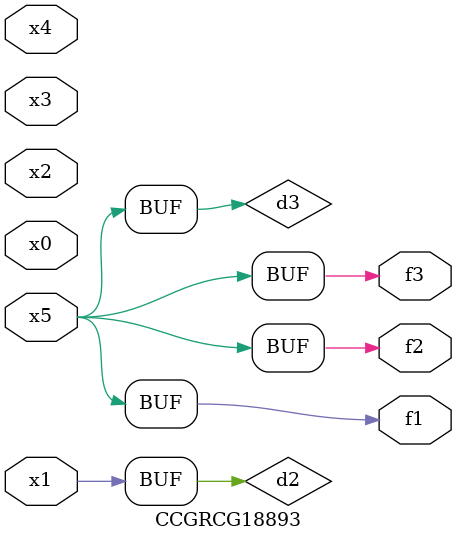
<source format=v>
module CCGRCG18893(
	input x0, x1, x2, x3, x4, x5,
	output f1, f2, f3
);

	wire d1, d2, d3;

	not (d1, x5);
	or (d2, x1);
	xnor (d3, d1);
	assign f1 = d3;
	assign f2 = d3;
	assign f3 = d3;
endmodule

</source>
